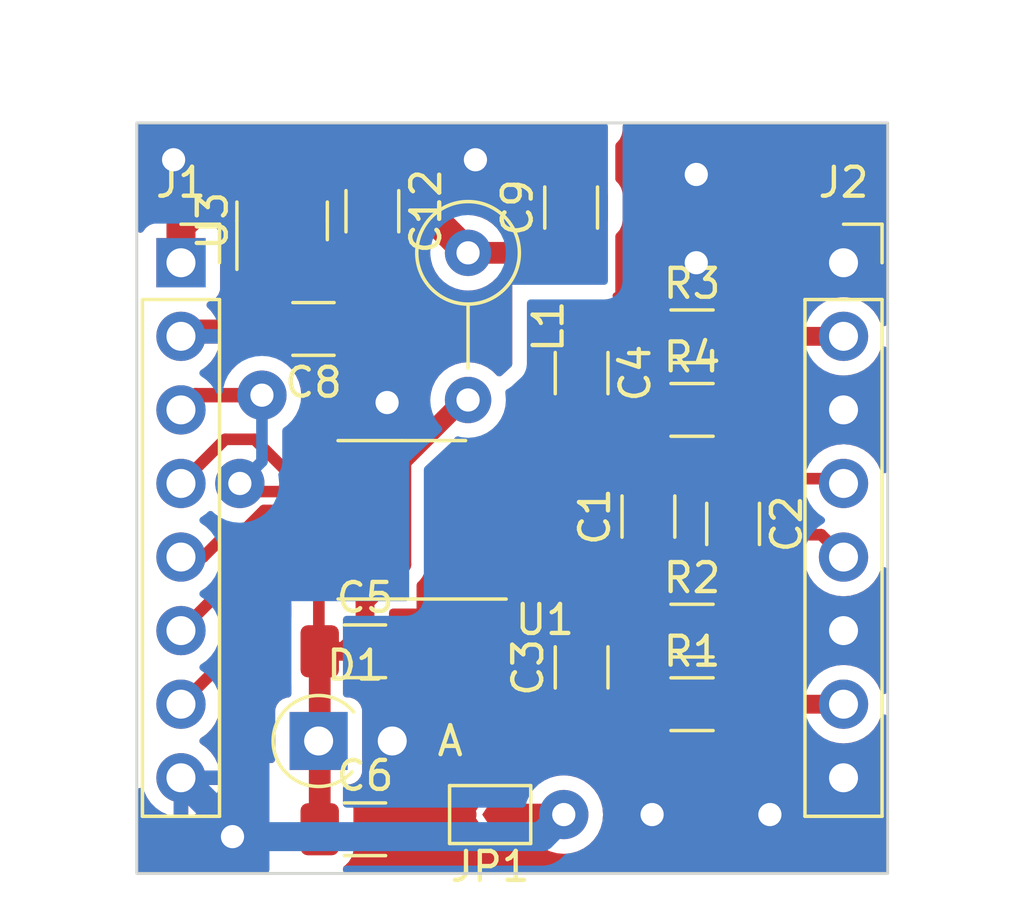
<source format=kicad_pcb>
(kicad_pcb (version 20221018) (generator pcbnew)
  (layers (0 "F.Cu" signal) (31 "B.Cu" signal) (34 "B.Paste" user) (35 "F.Paste" user) (36 "B.SilkS" user "B.Silkscreen") (37 "F.SilkS" user "F.Silkscreen") (38 "B.Mask" user) (39 "F.Mask" user) (44 "Edge.Cuts" user))
  (net 0 "")
  (net 1 "/REFDAC_A")
  (net 2 "GNDA")
  (net 3 "/REFDAC_B")
  (net 4 "Net-(U1-AINP_A)")
  (net 5 "Net-(U1-AINM_A)")
  (net 6 "Net-(U1-AINP_B)")
  (net 7 "Net-(U1-AINM_B)")
  (net 8 "VDDA")
  (net 9 "+3V3")
  (net 10 "GND")
  (net 11 "+5C")
  (net 12 "/SPI_CSN")
  (net 13 "/SPI_SDI")
  (net 14 "/SPI_SCLK")
  (net 15 "/SPI_SDOA")
  (net 16 "/SPI_SDOB")
  (net 17 "/AINP_B_8")
  (net 18 "/AINP_A_1")
  (footprint "Resistor_SMD:R_1206_3216Metric_Pad1.30x1.75mm_HandSolder" (layer "F.Cu") (at 101.45375 81.28)
    (fp_text reference "R4" (at 0 -1.82) (layer "F.SilkS"))
    (fp_text value "20R")
    (fp_line (start -0.727064 -0.91) (end 0.727064 -0.91) (stroke (width 0.12)) (layer "F.SilkS"))
    (fp_line (start -0.727064 0.91) (end 0.727064 0.91) (stroke (width 0.12)) (layer "F.SilkS"))
    (pad "1" smd roundrect (at -1.55 0) (size 1.3 1.75) (layers "F.Cu" "F.Paste" "F.Mask") (roundrect_rratio 0.1923076923) (net 7 "Net-(U1-AINM_B)"))
    (pad "2" smd roundrect (at 1.55 0) (size 1.3 1.75) (layers "F.Cu" "F.Paste" "F.Mask") (roundrect_rratio 0.1923076923) (net 2 "GNDA"))
  )
  (footprint "Connector_PinSocket_2.54mm:PinSocket_1x08_P2.54mm_Vertical" (layer "F.Cu") (at 106.68 76.2)
    (fp_text reference "J2" (at 0 -2.77) (layer "F.SilkS"))
    (fp_text value "Conn_01x08_Pin")
    (fp_line (start -1.33 1.27) (end -1.33 19.11) (stroke (width 0.12)) (layer "F.SilkS"))
    (fp_line (start -1.33 1.27) (end 1.33 1.27) (stroke (width 0.12)) (layer "F.SilkS"))
    (fp_line (start -1.33 19.11) (end 1.33 19.11) (stroke (width 0.12)) (layer "F.SilkS"))
    (fp_line (start 0 -1.33) (end 1.33 -1.33) (stroke (width 0.12)) (layer "F.SilkS"))
    (fp_line (start 1.33 -1.33) (end 1.33 0) (stroke (width 0.12)) (layer "F.SilkS"))
    (fp_line (start 1.33 1.27) (end 1.33 19.11) (stroke (width 0.12)) (layer "F.SilkS"))
    (pad "1" thru_hole rect (at 0 0) (size 1.7 1.7) (drill 1) (layers "*.Cu" "*.Mask") (net 2 "GNDA"))
    (pad "2" thru_hole oval (at 0 2.54) (size 1.7 1.7) (drill 1) (layers "*.Cu" "*.Mask") (net 17 "/AINP_B_8"))
    (pad "3" thru_hole oval (at 0 5.08) (size 1.7 1.7) (drill 1) (layers "*.Cu" "*.Mask") (net 2 "GNDA"))
    (pad "4" thru_hole oval (at 0 7.62) (size 1.7 1.7) (drill 1) (layers "*.Cu" "*.Mask") (net 3 "/REFDAC_B"))
    (pad "5" thru_hole oval (at 0 10.16) (size 1.7 1.7) (drill 1) (layers "*.Cu" "*.Mask") (net 1 "/REFDAC_A"))
    (pad "6" thru_hole oval (at 0 12.7) (size 1.7 1.7) (drill 1) (layers "*.Cu" "*.Mask") (net 2 "GNDA"))
    (pad "7" thru_hole oval (at 0 15.24) (size 1.7 1.7) (drill 1) (layers "*.Cu" "*.Mask") (net 18 "/AINP_A_1"))
    (pad "8" thru_hole oval (at 0 17.78) (size 1.7 1.7) (drill 1) (layers "*.Cu" "*.Mask") (net 2 "GNDA"))
  )
  (footprint "Capacitor_SMD:C_1206_3216Metric_Pad1.33x1.80mm_HandSolder" (layer "F.Cu") (at 99.949 84.963 90)
    (fp_text reference "C1" (at 0 -1.85 90) (layer "F.SilkS"))
    (fp_text value "10u")
    (fp_line (start -0.711252 -0.91) (end 0.711252 -0.91) (stroke (width 0.12)) (layer "F.SilkS"))
    (fp_line (start -0.711252 0.91) (end 0.711252 0.91) (stroke (width 0.12)) (layer "F.SilkS"))
    (pad "1" smd roundrect (at -1.5625 0 90) (size 1.325 1.8) (layers "F.Cu" "F.Paste" "F.Mask") (roundrect_rratio 0.1886792453) (net 1 "/REFDAC_A"))
    (pad "2" smd roundrect (at 1.5625 0 90) (size 1.325 1.8) (layers "F.Cu" "F.Paste" "F.Mask") (roundrect_rratio 0.1886792453) (net 2 "GNDA"))
  )
  (footprint "Capacitor_SMD:C_1206_3216Metric_Pad1.33x1.80mm_HandSolder" (layer "F.Cu") (at 97.64375 80.01 -90)
    (fp_text reference "C4" (at 0 -1.85 90) (layer "F.SilkS"))
    (fp_text value "16p")
    (fp_line (start -0.711252 -0.91) (end 0.711252 -0.91) (stroke (width 0.12)) (layer "F.SilkS"))
    (fp_line (start -0.711252 0.91) (end 0.711252 0.91) (stroke (width 0.12)) (layer "F.SilkS"))
    (pad "1" smd roundrect (at -1.5625 0 270) (size 1.325 1.8) (layers "F.Cu" "F.Paste" "F.Mask") (roundrect_rratio 0.1886792453) (net 6 "Net-(U1-AINP_B)"))
    (pad "2" smd roundrect (at 1.5625 0 270) (size 1.325 1.8) (layers "F.Cu" "F.Paste" "F.Mask") (roundrect_rratio 0.1886792453) (net 7 "Net-(U1-AINM_B)"))
  )
  (footprint "Package_TO_SOT_SMD:SOT-23" (layer "F.Cu") (at 87.31 74.7545 90)
    (fp_text reference "U3" (at 0 -2.4 90) (layer "F.SilkS"))
    (fp_text value "MCP1700x-330xxTT")
    (fp_line (start 0 -1.56) (end -1.675 -1.56) (stroke (width 0.12)) (layer "F.SilkS"))
    (fp_line (start 0 -1.56) (end 0.65 -1.56) (stroke (width 0.12)) (layer "F.SilkS"))
    (fp_line (start 0 1.56) (end -0.65 1.56) (stroke (width 0.12)) (layer "F.SilkS"))
    (fp_line (start 0 1.56) (end 0.65 1.56) (stroke (width 0.12)) (layer "F.SilkS"))
    (pad "1" smd roundrect (at -0.9375 -0.95 90) (size 1.475 0.6) (layers "F.Cu" "F.Paste" "F.Mask") (net 10 "GND"))
    (pad "2" smd roundrect (at -0.9375 0.95 90) (size 1.475 0.6) (layers "F.Cu" "F.Paste" "F.Mask") (net 9 "+3V3"))
    (pad "3" smd roundrect (at 0.9375 0 90) (size 1.475 0.6) (layers "F.Cu" "F.Paste" "F.Mask") (net 11 "+5C"))
  )
  (footprint "Resistor_SMD:R_1206_3216Metric_Pad1.30x1.75mm_HandSolder" (layer "F.Cu") (at 101.45375 88.9)
    (fp_text reference "R2" (at 0 -1.82) (layer "F.SilkS"))
    (fp_text value "20R")
    (fp_line (start -0.727064 -0.91) (end 0.727064 -0.91) (stroke (width 0.12)) (layer "F.SilkS"))
    (fp_line (start -0.727064 0.91) (end 0.727064 0.91) (stroke (width 0.12)) (layer "F.SilkS"))
    (pad "1" smd roundrect (at -1.55 0) (size 1.3 1.75) (layers "F.Cu" "F.Paste" "F.Mask") (roundrect_rratio 0.1923076923) (net 5 "Net-(U1-AINM_A)"))
    (pad "2" smd roundrect (at 1.55 0) (size 1.3 1.75) (layers "F.Cu" "F.Paste" "F.Mask") (roundrect_rratio 0.1923076923) (net 2 "GNDA"))
  )
  (footprint "Capacitor_SMD:C_1206_3216Metric_Pad1.33x1.80mm_HandSolder" (layer "F.Cu") (at 102.87 85.217 -90)
    (fp_text reference "C2" (at 0 -1.85 90) (layer "F.SilkS"))
    (fp_text value "10u")
    (fp_line (start -0.711252 -0.91) (end 0.711252 -0.91) (stroke (width 0.12)) (layer "F.SilkS"))
    (fp_line (start -0.711252 0.91) (end 0.711252 0.91) (stroke (width 0.12)) (layer "F.SilkS"))
    (pad "1" smd roundrect (at -1.5625 0 270) (size 1.325 1.8) (layers "F.Cu" "F.Paste" "F.Mask") (roundrect_rratio 0.1886792453) (net 3 "/REFDAC_B"))
    (pad "2" smd roundrect (at 1.5625 0 270) (size 1.325 1.8) (layers "F.Cu" "F.Paste" "F.Mask") (roundrect_rratio 0.1886792453) (net 2 "GNDA"))
  )
  (footprint "Capacitor_SMD:C_1206_3216Metric_Pad1.33x1.80mm_HandSolder" (layer "F.Cu") (at 90.424 74.422 -90)
    (fp_text reference "C12" (at 0 -1.85 90) (layer "F.SilkS"))
    (fp_text value "1u")
    (fp_line (start -0.711252 -0.91) (end 0.711252 -0.91) (stroke (width 0.12)) (layer "F.SilkS"))
    (fp_line (start -0.711252 0.91) (end 0.711252 0.91) (stroke (width 0.12)) (layer "F.SilkS"))
    (pad "1" smd roundrect (at -1.5625 0 270) (size 1.325 1.8) (layers "F.Cu" "F.Paste" "F.Mask") (roundrect_rratio 0.1886792453) (net 11 "+5C"))
    (pad "2" smd roundrect (at 1.5625 0 270) (size 1.325 1.8) (layers "F.Cu" "F.Paste" "F.Mask") (roundrect_rratio 0.1886792453) (net 10 "GND"))
  )
  (footprint "Capacitor_SMD:C_1206_3216Metric_Pad1.33x1.80mm_HandSolder" (layer "F.Cu") (at 90.17 95.758)
    (fp_text reference "C6" (at 0 -1.85) (layer "F.SilkS"))
    (fp_text value "100n")
    (fp_line (start -0.711252 -0.91) (end 0.711252 -0.91) (stroke (width 0.12)) (layer "F.SilkS"))
    (fp_line (start -0.711252 0.91) (end 0.711252 0.91) (stroke (width 0.12)) (layer "F.SilkS"))
    (pad "1" smd roundrect (at -1.5625 0) (size 1.325 1.8) (layers "F.Cu" "F.Paste" "F.Mask") (roundrect_rratio 0.1886792453) (net 8 "VDDA"))
    (pad "2" smd roundrect (at 1.5625 0) (size 1.325 1.8) (layers "F.Cu" "F.Paste" "F.Mask") (roundrect_rratio 0.1886792453) (net 2 "GNDA"))
  )
  (footprint "Jumper:SolderJumper-2_P1.3mm_Open_TrianglePad1.0x1.5mm" (layer "F.Cu") (at 94.488 95.25 180)
    (fp_text reference "JP1" (at 0 -1.8) (layer "F.SilkS"))
    (fp_text value "Jumper_2_Bridged")
    (fp_line (start -1.4 -1) (end 1.4 -1) (stroke (width 0.12)) (layer "F.SilkS"))
    (fp_line (start -1.4 1) (end -1.4 -1) (stroke (width 0.12)) (layer "F.SilkS"))
    (fp_line (start 1.4 -1) (end 1.4 1) (stroke (width 0.12)) (layer "F.SilkS"))
    (fp_line (start 1.4 1) (end -1.4 1) (stroke (width 0.12)) (layer "F.SilkS"))
    (pad "1" smd custom (at -0.725 0 180) (size 0.3 0.3) (layers "F.Cu" "F.Mask") (net 10 "GND") (options (clearance outline) (anchor rect)) (primitives (gr_poly (pts (xy 1 0) (xy 0.5 0.75) (xy -0.5 0.75) (xy -0.5 -0.75) (xy 0.5 -0.75)) (width 0) (fill yes))))
    (pad "2" smd custom (at 0.725 0 180) (size 0.3 0.3) (layers "F.Cu" "F.Mask") (net 2 "GNDA") (options (clearance outline) (anchor rect)) (primitives (gr_poly (pts (xy 0.5 0.75) (xy -0.65 0.75) (xy -0.15 0) (xy -0.65 -0.75) (xy 0.5 -0.75)) (width 0) (fill yes))))
  )
  (footprint "Capacitor_SMD:C_1206_3216Metric_Pad1.33x1.80mm_HandSolder" (layer "F.Cu") (at 97.282 74.2955 90)
    (fp_text reference "C9" (at 0 -1.85 90) (layer "F.SilkS"))
    (fp_text value "1u")
    (fp_line (start -0.711252 -0.91) (end 0.711252 -0.91) (stroke (width 0.12)) (layer "F.SilkS"))
    (fp_line (start -0.711252 0.91) (end 0.711252 0.91) (stroke (width 0.12)) (layer "F.SilkS"))
    (pad "1" smd roundrect (at -1.5625 0 90) (size 1.325 1.8) (layers "F.Cu" "F.Paste" "F.Mask") (roundrect_rratio 0.1886792453) (net 11 "+5C"))
    (pad "2" smd roundrect (at 1.5625 0 90) (size 1.325 1.8) (layers "F.Cu" "F.Paste" "F.Mask") (roundrect_rratio 0.1886792453) (net 10 "GND"))
  )
  (footprint "Resistor_SMD:R_1206_3216Metric_Pad1.30x1.75mm_HandSolder" (layer "F.Cu") (at 101.45375 78.74)
    (fp_text reference "R3" (at 0 -1.82) (layer "F.SilkS"))
    (fp_text value "20R")
    (fp_line (start -0.727064 -0.91) (end 0.727064 -0.91) (stroke (width 0.12)) (layer "F.SilkS"))
    (fp_line (start -0.727064 0.91) (end 0.727064 0.91) (stroke (width 0.12)) (layer "F.SilkS"))
    (pad "1" smd roundrect (at -1.55 0) (size 1.3 1.75) (layers "F.Cu" "F.Paste" "F.Mask") (roundrect_rratio 0.1923076923) (net 6 "Net-(U1-AINP_B)"))
    (pad "2" smd roundrect (at 1.55 0) (size 1.3 1.75) (layers "F.Cu" "F.Paste" "F.Mask") (roundrect_rratio 0.1923076923) (net 17 "/AINP_B_8"))
  )
  (footprint "Capacitor_SMD:C_1206_3216Metric_Pad1.33x1.80mm_HandSolder" (layer "F.Cu") (at 90.17 89.614)
    (fp_text reference "C5" (at 0 -1.85) (layer "F.SilkS"))
    (fp_text value "1u")
    (fp_line (start -0.711252 -0.91) (end 0.711252 -0.91) (stroke (width 0.12)) (layer "F.SilkS"))
    (fp_line (start -0.711252 0.91) (end 0.711252 0.91) (stroke (width 0.12)) (layer "F.SilkS"))
    (pad "1" smd roundrect (at -1.5625 0) (size 1.325 1.8) (layers "F.Cu" "F.Paste" "F.Mask") (roundrect_rratio 0.1886792453) (net 8 "VDDA"))
    (pad "2" smd roundrect (at 1.5625 0) (size 1.325 1.8) (layers "F.Cu" "F.Paste" "F.Mask") (roundrect_rratio 0.1886792453) (net 2 "GNDA"))
  )
  (footprint "Package_SO:TSSOP-16_4.4x5mm_P0.65mm" (layer "F.Cu") (at 91.44 85.075 180)
    (fp_text reference "U1" (at -4.93375 -3.45) (layer "F.SilkS"))
    (fp_text value "AD7253")
    (fp_line (start 0 -2.735) (end -3.6 -2.735) (stroke (width 0.12)) (layer "F.SilkS"))
    (fp_line (start 0 -2.735) (end 2.2 -2.735) (stroke (width 0.12)) (layer "F.SilkS"))
    (fp_line (start 0 2.735) (end -2.2 2.735) (stroke (width 0.12)) (layer "F.SilkS"))
    (fp_line (start 0 2.735) (end 2.2 2.735) (stroke (width 0.12)) (layer "F.SilkS"))
    (pad "1" smd roundrect (at -2.8625 -2.275 180) (size 1.475 0.4) (layers "F.Cu" "F.Paste" "F.Mask") (net 4 "Net-(U1-AINP_A)"))
    (pad "2" smd roundrect (at -2.8625 -1.625 180) (size 1.475 0.4) (layers "F.Cu" "F.Paste" "F.Mask") (net 5 "Net-(U1-AINM_A)"))
    (pad "3" smd roundrect (at -2.8625 -0.975 180) (size 1.475 0.4) (layers "F.Cu" "F.Paste" "F.Mask") (net 1 "/REFDAC_A"))
    (pad "4" smd roundrect (at -2.8625 -0.325 180) (size 1.475 0.4) (layers "F.Cu" "F.Paste" "F.Mask") (net 2 "GNDA"))
    (pad "5" smd roundrect (at -2.8625 0.325 180) (size 1.475 0.4) (layers "F.Cu" "F.Paste" "F.Mask") (net 2 "GNDA"))
    (pad "6" smd roundrect (at -2.8625 0.975 180) (size 1.475 0.4) (layers "F.Cu" "F.Paste" "F.Mask") (net 3 "/REFDAC_B"))
    (pad "7" smd roundrect (at -2.8625 1.625 180) (size 1.475 0.4) (layers "F.Cu" "F.Paste" "F.Mask") (net 7 "Net-(U1-AINM_B)"))
    (pad "8" smd roundrect (at -2.8625 2.275 180) (size 1.475 0.4) (layers "F.Cu" "F.Paste" "F.Mask") (net 6 "Net-(U1-AINP_B)"))
    (pad "9" smd roundrect (at 2.8625 2.275 180) (size 1.475 0.4) (layers "F.Cu" "F.Paste" "F.Mask") (net 9 "+3V3"))
    (pad "10" smd roundrect (at 2.8625 1.625 180) (size 1.475 0.4) (layers "F.Cu" "F.Paste" "F.Mask") (net 13 "/SPI_SDI"))
    (pad "11" smd roundrect (at 2.8625 0.975 180) (size 1.475 0.4) (layers "F.Cu" "F.Paste" "F.Mask") (net 12 "/SPI_CSN"))
    (pad "12" smd roundrect (at 2.8625 0.325 180) (size 1.475 0.4) (layers "F.Cu" "F.Paste" "F.Mask") (net 14 "/SPI_SCLK"))
    (pad "13" smd roundrect (at 2.8625 -0.325 180) (size 1.475 0.4) (layers "F.Cu" "F.Paste" "F.Mask") (net 15 "/SPI_SDOA"))
    (pad "14" smd roundrect (at 2.8625 -0.975 180) (size 1.475 0.4) (layers "F.Cu" "F.Paste" "F.Mask") (net 16 "/SPI_SDOB"))
    (pad "15" smd roundrect (at 2.8625 -1.625 180) (size 1.475 0.4) (layers "F.Cu" "F.Paste" "F.Mask") (net 10 "GND"))
    (pad "16" smd roundrect (at 2.8625 -2.275 180) (size 1.475 0.4) (layers "F.Cu" "F.Paste" "F.Mask") (net 8 "VDDA"))
  )
  (footprint "Diode_THT:D_T-1_P2.54mm_Vertical_AnodeUp" (layer "F.Cu") (at 88.56967 92.71)
    (fp_text reference "D1" (at 1.27 -2.609214) (layer "F.SilkS"))
    (fp_text value "D_Zener")
    (fp_text user "A" (at 4.54 0) (layer "F.SilkS"))
    (fp_arc (start 1.151253 1.067982) (mid -1.56969 -0.045178) (end 1.210772 -1) (stroke (width 0.12)) (layer "F.SilkS"))
    (pad "1" thru_hole rect (at 0 0) (size 2 2) (drill 1) (layers "*.Cu" "*.Mask") (net 8 "VDDA"))
    (pad "2" thru_hole oval (at 2.54 0) (size 2 2) (drill 1) (layers "*.Cu" "*.Mask") (net 2 "GNDA"))
  )
  (footprint "Capacitor_SMD:C_1206_3216Metric_Pad1.33x1.80mm_HandSolder" (layer "F.Cu") (at 97.64375 90.17 90)
    (fp_text reference "C3" (at 0 -1.85 90) (layer "F.SilkS"))
    (fp_text value "16p")
    (fp_line (start -0.711252 -0.91) (end 0.711252 -0.91) (stroke (width 0.12)) (layer "F.SilkS"))
    (fp_line (start -0.711252 0.91) (end 0.711252 0.91) (stroke (width 0.12)) (layer "F.SilkS"))
    (pad "1" smd roundrect (at -1.5625 0 90) (size 1.325 1.8) (layers "F.Cu" "F.Paste" "F.Mask") (roundrect_rratio 0.1886792453) (net 4 "Net-(U1-AINP_A)"))
    (pad "2" smd roundrect (at 1.5625 0 90) (size 1.325 1.8) (layers "F.Cu" "F.Paste" "F.Mask") (roundrect_rratio 0.1886792453) (net 5 "Net-(U1-AINM_A)"))
  )
  (footprint "Capacitor_SMD:C_1206_3216Metric_Pad1.33x1.80mm_HandSolder" (layer "F.Cu") (at 88.392 78.486 180)
    (fp_text reference "C8" (at 0 -1.85) (layer "F.SilkS"))
    (fp_text value "100n")
    (fp_line (start -0.711252 -0.91) (end 0.711252 -0.91) (stroke (width 0.12)) (layer "F.SilkS"))
    (fp_line (start -0.711252 0.91) (end 0.711252 0.91) (stroke (width 0.12)) (layer "F.SilkS"))
    (pad "1" smd roundrect (at -1.5625 0 180) (size 1.325 1.8) (layers "F.Cu" "F.Paste" "F.Mask") (roundrect_rratio 0.1886792453) (net 9 "+3V3"))
    (pad "2" smd roundrect (at 1.5625 0 180) (size 1.325 1.8) (layers "F.Cu" "F.Paste" "F.Mask") (roundrect_rratio 0.1886792453) (net 10 "GND"))
  )
  (footprint "Inductor_THT:L_Axial_L7.0mm_D3.3mm_P5.08mm_Vertical_Fastron_MICC" (layer "F.Cu") (at 93.726 75.858 -90)
    (fp_text reference "L1" (at 2.54 -2.77 90) (layer "F.SilkS"))
    (fp_text value "L")
    (fp_line (start 1.77 0) (end 3.98 0) (stroke (width 0.12)) (layer "F.SilkS"))
    (fp_circle (center 0 0) (end 1.77 0) (stroke (width 0.12)) (fill none) (layer "F.SilkS"))
    (pad "1" thru_hole circle (at 0 0 270) (size 1.6 1.6) (drill 0.8) (layers "*.Cu" "*.Mask") (net 11 "+5C"))
    (pad "2" thru_hole oval (at 5.08 0 270) (size 1.6 1.6) (drill 0.8) (layers "*.Cu" "*.Mask") (net 8 "VDDA"))
  )
  (footprint "Connector_PinSocket_2.54mm:PinSocket_1x08_P2.54mm_Vertical" (layer "F.Cu") (at 83.82 76.2)
    (fp_text reference "J1" (at 0 -2.77) (layer "F.SilkS"))
    (fp_text value "Conn_01x08_Pin")
    (fp_line (start -1.33 1.27) (end -1.33 19.11) (stroke (width 0.12)) (layer "F.SilkS"))
    (fp_line (start -1.33 1.27) (end 1.33 1.27) (stroke (width 0.12)) (layer "F.SilkS"))
    (fp_line (start -1.33 19.11) (end 1.33 19.11) (stroke (width 0.12)) (layer "F.SilkS"))
    (fp_line (start 0 -1.33) (end 1.33 -1.33) (stroke (width 0.12)) (layer "F.SilkS"))
    (fp_line (start 1.33 -1.33) (end 1.33 0) (stroke (width 0.12)) (layer "F.SilkS"))
    (fp_line (start 1.33 1.27) (end 1.33 19.11) (stroke (width 0.12)) (layer "F.SilkS"))
    (pad "1" thru_hole rect (at 0 0) (size 1.7 1.7) (drill 1) (layers "*.Cu" "*.Mask") (net 11 "+5C"))
    (pad "2" thru_hole oval (at 0 2.54) (size 1.7 1.7) (drill 1) (layers "*.Cu" "*.Mask") (net 10 "GND"))
    (pad "3" thru_hole oval (at 0 5.08) (size 1.7 1.7) (drill 1) (layers "*.Cu" "*.Mask") (net 12 "/SPI_CSN"))
    (pad "4" thru_hole oval (at 0 7.62) (size 1.7 1.7) (drill 1) (layers "*.Cu" "*.Mask") (net 13 "/SPI_SDI"))
    (pad "5" thru_hole oval (at 0 10.16) (size 1.7 1.7) (drill 1) (layers "*.Cu" "*.Mask") (net 14 "/SPI_SCLK"))
    (pad "6" thru_hole oval (at 0 12.7) (size 1.7 1.7) (drill 1) (layers "*.Cu" "*.Mask") (net 15 "/SPI_SDOA"))
    (pad "7" thru_hole oval (at 0 15.24) (size 1.7 1.7) (drill 1) (layers "*.Cu" "*.Mask") (net 16 "/SPI_SDOB"))
    (pad "8" thru_hole oval (at 0 17.78) (size 1.7 1.7) (drill 1) (layers "*.Cu" "*.Mask") (net 10 "GND"))
  )
  (footprint "Resistor_SMD:R_1206_3216Metric_Pad1.30x1.75mm_HandSolder" (layer "F.Cu") (at 101.45375 91.44)
    (fp_text reference "R1" (at 0 -1.82) (layer "F.SilkS"))
    (fp_text value "20R")
    (fp_line (start -0.727064 -0.91) (end 0.727064 -0.91) (stroke (width 0.12)) (layer "F.SilkS"))
    (fp_line (start -0.727064 0.91) (end 0.727064 0.91) (stroke (width 0.12)) (layer "F.SilkS"))
    (pad "1" smd roundrect (at -1.55 0) (size 1.3 1.75) (layers "F.Cu" "F.Paste" "F.Mask") (roundrect_rratio 0.1923076923) (net 4 "Net-(U1-AINP_A)"))
    (pad "2" smd roundrect (at 1.55 0) (size 1.3 1.75) (layers "F.Cu" "F.Paste" "F.Mask") (roundrect_rratio 0.1923076923) (net 18 "/AINP_A_1"))
  )
  (gr_rect (start 82.296 71.374) (end 108.204 97.282) (stroke (width 0.1)) (fill none) (layer "Edge.Cuts"))
  (segment (start 99.822 86.6525) (end 100.8845 85.59) (width 0.4) (layer "F.Cu") (net 1))
  (segment (start 94.3025 86.05) (end 99.2195 86.05) (width 0.4) (layer "F.Cu") (net 1))
  (segment (start 99.2195 86.05) (end 99.822 86.6525) (width 0.4) (layer "F.Cu") (net 1))
  (segment (start 100.8845 85.59) (end 105.91 85.59) (width 0.4) (layer "F.Cu") (net 1))
  (segment (start 105.91 85.59) (end 106.68 86.36) (width 0.4) (layer "F.Cu") (net 1))
  (segment (start 92.2405 95.25) (end 93.513 95.25) (width 1) (layer "F.Cu") (net 2))
  (segment (start 91.7325 94.742) (end 91.7325 89.614) (width 0.75) (layer "F.Cu") (net 2))
  (segment (start 106.68 81.28) (end 103.00375 81.28) (width 1) (layer "F.Cu") (net 2))
  (segment (start 91.7325 94.742) (end 91.7325 95.758) (width 1) (layer "F.Cu") (net 2))
  (segment (start 103.00375 88.9) (end 103.00375 86.91325) (width 1) (layer "F.Cu") (net 2))
  (segment (start 100.2415 83.4005) (end 102.362 81.28) (width 0.65) (layer "F.Cu") (net 2))
  (segment (start 106.68 88.9) (end 103.00375 88.9) (width 1) (layer "F.Cu") (net 2))
  (segment (start 103.00375 86.91325) (end 102.87 86.7795) (width 1) (layer "F.Cu") (net 2))
  (segment (start 102.362 81.28) (end 103.00375 81.28) (width 0.65) (layer "F.Cu") (net 2))
  (segment (start 99.949 83.4005) (end 100.2415 83.4005) (width 0.65) (layer "F.Cu") (net 2))
  (segment (start 91.7325 93.33283) (end 91.7325 94.742) (width 1) (layer "F.Cu") (net 2))
  (segment (start 91.7325 89.614) (end 91.7325 92.08717) (width 1) (layer "F.Cu") (net 2))
  (segment (start 93.638 95.25) (end 92.2405 95.25) (width 0.75) (layer "F.Cu") (net 2))
  (segment (start 91.7325 92.08717) (end 91.10967 92.71) (width 1) (layer "F.Cu") (net 2))
  (segment (start 92.2405 95.25) (end 91.7325 95.758) (width 0.75) (layer "F.Cu") (net 2))
  (segment (start 91.10967 92.71) (end 91.7325 93.33283) (width 1) (layer "F.Cu") (net 2))
  (via (at 101.6 73.152) (size 1.7) (drill 0.8) (layers "F.Cu" "B.Cu") (net 2))
  (via (at 100.076 95.25) (size 1.7) (drill 0.8) (layers "F.Cu" "B.Cu") (net 2))
  (via (at 104.14 95.25) (size 1.7) (drill 0.8) (layers "F.Cu" "B.Cu") (net 2))
  (via (at 101.6 76.2) (size 1.7) (drill 0.8) (layers "F.Cu" "B.Cu") (net 2))
  (segment (start 97.799 84.744) (end 97.155 84.1) (width 0.4) (layer "F.Cu") (net 3))
  (segment (start 97.155 84.1) (end 94.3025 84.1) (width 0.4) (layer "F.Cu") (net 3))
  (segment (start 102.87 83.6545) (end 106.5145 83.6545) (width 0.4) (layer "F.Cu") (net 3))
  (segment (start 101.6535 84.744) (end 97.799 84.744) (width 0.4) (layer "F.Cu") (net 3))
  (segment (start 106.5145 83.6545) (end 106.68 83.82) (width 0.4) (layer "F.Cu") (net 3))
  (segment (start 102.87 83.5275) (end 101.6535 84.744) (width 0.4) (layer "F.Cu") (net 3))
  (segment (start 97.93625 91.44) (end 97.64375 91.7325) (width 0.65) (layer "F.Cu") (net 4))
  (segment (start 96.0197 87.8546) (end 96.0197 90.3946) (width 0.4) (layer "F.Cu") (net 4))
  (segment (start 95.5157 87.3506) (end 96.0197 87.8546) (width 0.4) (layer "F.Cu") (net 4))
  (segment (start 96.0197 90.3946) (end 97.3282 91.7031) (width 0.4) (layer "F.Cu") (net 4))
  (segment (start 99.90375 91.44) (end 97.93625 91.44) (width 0.65) (layer "F.Cu") (net 4))
  (segment (start 94.3102 87.3506) (end 95.5157 87.3506) (width 0.4) (layer "F.Cu") (net 4))
  (segment (start 97.65145 87.20035) (end 97.65145 88.5781) (width 0.4) (layer "F.Cu") (net 5))
  (segment (start 97.1517 86.7006) (end 97.65145 87.20035) (width 0.4) (layer "F.Cu") (net 5))
  (segment (start 99.90375 88.9) (end 97.93625 88.9) (width 0.65) (layer "F.Cu") (net 5))
  (segment (start 97.93625 88.9) (end 97.64375 88.6075) (width 0.65) (layer "F.Cu") (net 5))
  (segment (start 94.3102 86.7006) (end 97.1517 86.7006) (width 0.4) (layer "F.Cu") (net 5))
  (segment (start 94.3025 82.8) (end 95.508 82.8) (width 0.4) (layer "F.Cu") (net 6))
  (segment (start 96.012 82.296) (end 96.012 79.756) (width 0.4) (layer "F.Cu") (net 6))
  (segment (start 96.012 79.756) (end 97.3205 78.4475) (width 0.4) (layer "F.Cu") (net 6))
  (segment (start 97.93625 78.74) (end 97.64375 78.4475) (width 0.65) (layer "F.Cu") (net 6))
  (segment (start 99.90375 78.74) (end 97.93625 78.74) (width 0.65) (layer "F.Cu") (net 6))
  (segment (start 97.3205 78.4475) (end 97.64375 78.4475) (width 0.4) (layer "F.Cu") (net 6))
  (segment (start 95.508 82.8) (end 96.012 82.296) (width 0.4) (layer "F.Cu") (net 6))
  (segment (start 97.64375 82.95025) (end 97.64375 81.5725) (width 0.4) (layer "F.Cu") (net 7))
  (segment (start 99.90375 81.28) (end 97.93625 81.28) (width 0.65) (layer "F.Cu") (net 7))
  (segment (start 97.93625 81.28) (end 97.64375 81.5725) (width 0.65) (layer "F.Cu") (net 7))
  (segment (start 94.3025 83.45) (end 97.144 83.45) (width 0.4) (layer "F.Cu") (net 7))
  (segment (start 97.144 83.45) (end 97.64375 82.95025) (width 0.4) (layer "F.Cu") (net 7))
  (segment (start 91.44 86.614) (end 90.17 87.884) (width 0.65) (layer "F.Cu") (net 8))
  (segment (start 89.456 89.614) (end 88.6075 89.614) (width 0.65) (layer "F.Cu") (net 8))
  (segment (start 90.17 87.884) (end 90.17 88.9) (width 0.65) (layer "F.Cu") (net 8))
  (segment (start 88.5775 87.35) (end 88.5775 92.299) (width 0.4) (layer "F.Cu") (net 8))
  (segment (start 88.5775 92.299) (end 88.6075 92.329) (width 0.4) (layer "F.Cu") (net 8))
  (segment (start 90.17 88.9) (end 89.456 89.614) (width 0.65) (layer "F.Cu") (net 8))
  (segment (start 88.6075 89.614) (end 88.6075 95.21217) (width 0.75) (layer "F.Cu") (net 8))
  (segment (start 88.6075 95.21217) (end 88.56967 95.25) (width 0.75) (layer "F.Cu") (net 8))
  (segment (start 93.56 80.938) (end 91.44 83.058) (width 0.65) (layer "F.Cu") (net 8))
  (segment (start 93.726 80.938) (end 93.56 80.938) (width 0.65) (layer "F.Cu") (net 8))
  (segment (start 91.44 83.058) (end 91.44 86.614) (width 0.65) (layer "F.Cu") (net 8))
  (segment (start 88.5775 82.8) (end 88.5775 81.788) (width 0.4) (layer "F.Cu") (net 9))
  (segment (start 89.9545 80.01) (end 89.9545 78.486) (width 0.65) (layer "F.Cu") (net 9))
  (segment (start 88.26 75.692) (end 88.26 77.084) (width 0.5) (layer "F.Cu") (net 9))
  (segment (start 88.5775 81.387) (end 89.9545 80.01) (width 0.65) (layer "F.Cu") (net 9))
  (segment (start 89.662 78.486) (end 89.9545 78.486) (width 0.5) (layer "F.Cu") (net 9))
  (segment (start 88.5775 81.788) (end 88.5775 81.387) (width 0.65) (layer "F.Cu") (net 9))
  (segment (start 88.26 77.084) (end 89.662 78.486) (width 0.5) (layer "F.Cu") (net 9))
  (segment (start 89.576 86.7) (end 90.17 86.106) (width 0.4) (layer "F.Cu") (net 10))
  (segment (start 86.8295 78.486) (end 84.074 78.486) (width 0.65) (layer "F.Cu") (net 10))
  (segment (start 90.17 81.788) (end 90.932 81.026) (width 0.65) (layer "F.Cu") (net 10))
  (segment (start 84.074 78.486) (end 83.82 78.74) (width 0.65) (layer "F.Cu") (net 10))
  (segment (start 90.17 86.106) (end 90.17 81.788) (width 0.65) (layer "F.Cu") (net 10))
  (segment (start 88.5775 86.7) (end 89.576 86.7) (width 0.4) (layer "F.Cu") (net 10))
  (segment (start 95.213 95.25) (end 97.028 95.25) (width 0.75) (layer "F.Cu") (net 10))
  (segment (start 86.36 75.692) (end 86.36 78.0165) (width 0.5) (layer "F.Cu") (net 10))
  (segment (start 86.36 78.0165) (end 86.8295 78.486) (width 0.5) (layer "F.Cu") (net 10))
  (via (at 85.598 96.012) (size 1.7) (drill 0.8) (layers "F.Cu" "B.Cu") (net 10))
  (via (at 90.932 81.026) (size 1.7) (drill 0.8) (layers "F.Cu" "B.Cu") (net 10))
  (via (at 93.98 72.644) (size 1.7) (drill 0.8) (layers "F.Cu" "B.Cu") (net 10))
  (via (at 83.566 72.644) (size 1.7) (drill 0.8) (layers "F.Cu" "B.Cu") (net 10))
  (via (at 97.028 95.25) (size 1.7) (drill 0.8) (layers "F.Cu" "B.Cu") (net 10))
  (segment (start 96.266 96.012) (end 85.598 96.012) (width 1) (layer "B.Cu") (net 10))
  (segment (start 97.028 95.25) (end 96.266 96.012) (width 1) (layer "B.Cu") (net 10))
  (segment (start 85.09 95.25) (end 83.82 93.98) (width 1) (layer "B.Cu") (net 10))
  (segment (start 85.598 96.012) (end 85.09 95.25) (width 1) (layer "B.Cu") (net 10))
  (segment (start 83.82 76.2) (end 83.82 74.93) (width 1) (layer "F.Cu") (net 11))
  (segment (start 90.7275 72.8595) (end 92.246 74.378) (width 1) (layer "F.Cu") (net 11))
  (segment (start 83.82 74.93) (end 84.933 73.817) (width 1) (layer "F.Cu") (net 11))
  (segment (start 88.646 73.817) (end 91.685 73.817) (width 1) (layer "F.Cu") (net 11))
  (segment (start 87.31 73.817) (end 88.646 73.817) (width 1) (layer "F.Cu") (net 11))
  (segment (start 90.424 72.8595) (end 90.7275 72.8595) (width 1) (layer "F.Cu") (net 11))
  (segment (start 88.646 73.817) (end 89.4665 73.817) (width 1) (layer "F.Cu") (net 11))
  (segment (start 92.246 74.378) (end 93.726 75.858) (width 1) (layer "F.Cu") (net 11))
  (segment (start 84.933 73.817) (end 87.31 73.817) (width 1) (layer "F.Cu") (net 11))
  (segment (start 89.4665 73.817) (end 90.424 72.8595) (width 1) (layer "F.Cu") (net 11))
  (segment (start 91.685 73.817) (end 92.246 74.378) (width 1) (layer "F.Cu") (net 11))
  (segment (start 97.282 75.858) (end 93.726 75.858) (width 0.75) (layer "F.Cu") (net 11))
  (segment (start 86.132 84.1) (end 85.852 83.82) (width 0.4) (layer "F.Cu") (net 12))
  (segment (start 83.82 81.28) (end 84.328 80.772) (width 0.5) (layer "F.Cu") (net 12))
  (segment (start 86.36 83.82) (end 85.852 83.82) (width 0.4) (layer "F.Cu") (net 12))
  (segment (start 88.5775 84.1) (end 86.132 84.1) (width 0.4) (layer "F.Cu") (net 12))
  (segment (start 84.328 80.772) (end 86.614 80.772) (width 0.5) (layer "F.Cu") (net 12))
  (via (at 85.852 83.82) (size 1.7) (drill 0.8) (layers "F.Cu" "B.Cu") (net 12))
  (via (at 86.614 80.772) (size 1.7) (drill 0.8) (layers "F.Cu" "B.Cu") (net 12))
  (segment (start 85.852 83.82) (end 86.614 83.058) (width 0.4) (layer "B.Cu") (net 12))
  (segment (start 86.614 83.058) (end 86.614 80.772) (width 0.4) (layer "B.Cu") (net 12))
  (segment (start 86.614 80.772) (end 86.614 81.28) (width 0.4) (layer "B.Cu") (net 12))
  (segment (start 83.82 83.82) (end 85.344 82.296) (width 0.4) (layer "F.Cu") (net 13))
  (segment (start 87.514 83.45) (end 86.36 82.296) (width 0.4) (layer "F.Cu") (net 13))
  (segment (start 85.344 82.296) (end 86.36 82.296) (width 0.4) (layer "F.Cu") (net 13))
  (segment (start 88.5775 83.45) (end 87.514 83.45) (width 0.4) (layer "F.Cu") (net 13))
  (segment (start 86.689767 84.75) (end 88.5775 84.75) (width 0.4) (layer "F.Cu") (net 14))
  (segment (start 84.582 86.36) (end 85.344 85.598) (width 0.4) (layer "F.Cu") (net 14))
  (segment (start 83.82 86.36) (end 84.582 86.36) (width 0.4) (layer "F.Cu") (net 14))
  (segment (start 85.841767 85.598) (end 86.689767 84.75) (width 0.4) (layer "F.Cu") (net 14))
  (segment (start 85.344 85.598) (end 85.841767 85.598) (width 0.4) (layer "F.Cu") (net 14))
  (segment (start 83.82 88.9) (end 85.344 87.376) (width 0.4) (layer "F.Cu") (net 15))
  (segment (start 85.344 87.376) (end 85.344 87.122) (width 0.4) (layer "F.Cu") (net 15))
  (segment (start 87.066 85.4) (end 85.344 87.122) (width 0.4) (layer "F.Cu") (net 15))
  (segment (start 88.5775 85.4) (end 87.066 85.4) (width 0.4) (layer "F.Cu") (net 15))
  (segment (start 87.432 86.05) (end 86.106 87.376) (width 0.4) (layer "F.Cu") (net 16))
  (segment (start 86.106 87.376) (end 86.106 89.154) (width 0.4) (layer "F.Cu") (net 16))
  (segment (start 88.5775 86.05) (end 87.432 86.05) (width 0.4) (layer "F.Cu") (net 16))
  (segment (start 86.106 89.154) (end 83.82 91.44) (width 0.4) (layer "F.Cu") (net 16))
  (segment (start 106.68 78.74) (end 103.00375 78.74) (width 0.65) (layer "F.Cu") (net 17))
  (segment (start 106.68 91.44) (end 103.00375 91.44) (width 0.65) (layer "F.Cu") (net 18))
  (zone (net 10) (net_name "GND") (layers "F&B.Cu") (priority 1) (connect_pads (clearance 0.5)) (min_thickness 0.25) (fill yes (thermal_gap 0.5) (thermal_bridge_width 0.5))
    (polygon (pts (xy 98.552 70.612) (xy 98.552 76.962) (xy 95.25 76.962) (xy 95.25 79.756) (xy 91.694 83.058) (xy 91.694 87.884) (xy 87.63 87.884) (xy 87.63 93.472) (xy 86.868 93.472) (xy 86.868 97.79) (xy 81.788 97.79) (xy 81.788 70.612)))
  )
  (zone (net 2) (net_name "GNDA") (layers "F&B.Cu") (connect_pads yes (clearance 0.5)) (min_thickness 0.25) (fill yes (thermal_gap 0.5) (thermal_bridge_width 0.5))
    (polygon (pts (xy 95.504 80.01) (xy 95.504 77.216) (xy 98.806 77.216) (xy 98.806 70.612) (xy 109.474 70.612) (xy 109.474 97.79) (xy 89.408 97.79) (xy 89.408 88.138) (xy 91.948 88.138) (xy 91.948 83.312)))
  )
)
</source>
